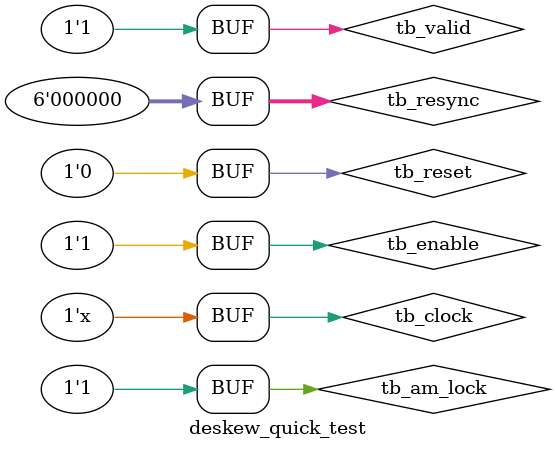
<source format=v>


module deskew_quick_test;

localparam N_LANES = 6;
localparam NB_COUNT = 6;
localparam MAX_SKEW = 32;
reg tb_clock;
reg tb_reset;
reg tb_enable;
reg tb_valid;
reg tb_am_lock;
reg [N_LANES-1 : 0] tb_resync;
reg [N_LANES-1 : 0] tb_SOL;
wire tb_set_fifo_delay;
wire [(N_LANES*NB_COUNT)-1 : 0]tb_lane_delay;
wire [NB_COUNT-1 : 0] lane_0_delay;
wire [NB_COUNT-1 : 0] lane_1_delay;
wire [NB_COUNT-1 : 0] lane_2_delay;
wire [NB_COUNT-1 : 0] lane_3_delay;
wire [NB_COUNT-1 : 0] lane_4_delay;
wire [NB_COUNT-1 : 0] lane_5_delay;

assign lane_0_delay = tb_lane_delay[0*NB_COUNT +: NB_COUNT];
assign lane_1_delay = tb_lane_delay[1*NB_COUNT +: NB_COUNT];
assign lane_2_delay = tb_lane_delay[2*NB_COUNT +: NB_COUNT];
assign lane_3_delay = tb_lane_delay[3*NB_COUNT +: NB_COUNT];
assign lane_4_delay = tb_lane_delay[4*NB_COUNT +: NB_COUNT];
assign lane_5_delay = tb_lane_delay[5*NB_COUNT +: NB_COUNT];

initial
begin
	tb_clock 	= 0;
	tb_reset 	= 1;
	tb_enable 	= 0;
	tb_valid 	= 0;
	tb_am_lock 	= 0;
	tb_resync 	= 0;
	tb_SOL 		= 0;
	#10 
		tb_reset  = 0;
		tb_enable = 1;
	#10
		tb_am_lock = 1;
	#10
		tb_SOL     = 1;
		tb_resync  = 1;
	#2
		tb_resync  = 0;
	#2
		tb_valid   = 1;

end


always #2 tb_clock = ~tb_clock;

always @ (posedge tb_clock)
begin
	if(tb_valid)
		tb_SOL <= (tb_SOL << 1);
end

deskew_top
#(
	.N_LANES(N_LANES),
	.MAX_SKEW(MAX_SKEW),
	.NB_COUNT(NB_COUNT)
 )
u_deskew_top
 (
 	.i_clock		(tb_clock),
 	.i_reset		(tb_reset),
 	.i_enable		(tb_enable),
 	.i_valid		(tb_valid),
 	.i_am_lock		(tb_am_lock),
 	.i_resync		(tb_resync),
 	.i_start_of_lane(tb_SOL),

 	.o_set_fifo_delay(tb_set_fifo_delay),
 	.o_lane_delay	 (tb_lane_delay)
 );

 
endmodule
</source>
